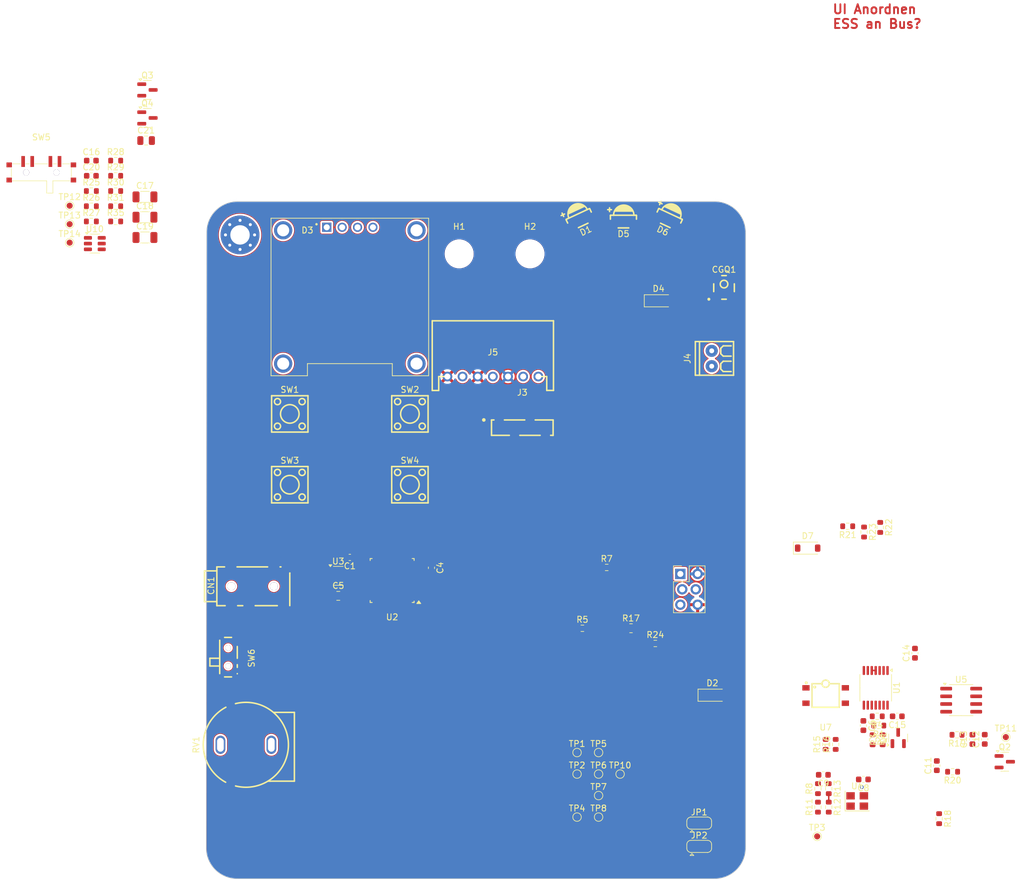
<source format=kicad_pcb>
(kicad_pcb (version 20240108) (generator "pcbnew") (generator_version "8.0")
  (layers (0 "F.Cu" signal) (31 "B.Cu" signal) (34 "B.Paste" user) (35 "F.Paste" user) (36 "B.SilkS" user "B.Silkscreen") (37 "F.SilkS" user "F.Silkscreen") (38 "B.Mask" user) (39 "F.Mask" user) (44 "Edge.Cuts" user))
  (net 0 "")
  (net 1 "+5V")
  (net 2 "GND")
  (net 3 "+3.3V")
  (net 4 "Net-(U2-AREF)")
  (net 5 "Net-(Q2-B)")
  (net 6 "/INT1")
  (net 7 "Net-(D1-K)")
  (net 8 "Net-(D2-A)")
  (net 9 "/SDA")
  (net 10 "/SCL")
  (net 11 "Net-(D7-A)")
  (net 12 "/MISO")
  (net 13 "/M-Pin")
  (net 14 "Net-(Q1-B)")
  (net 15 "Net-(Q1-C)")
  (net 16 "Net-(C8-Pad1)")
  (net 17 "Net-(C15-Pad2)")
  (net 18 "/~{RST}")
  (net 19 "Net-(D7-K)")
  (net 20 "Net-(D3-VCC)")
  (net 21 "/Mode-")
  (net 22 "/Mode+")
  (net 23 "/Frame-")
  (net 24 "/Frame+")
  (net 25 "/P_POT")
  (net 26 "/I_POT")
  (net 27 "/D_POT")
  (net 28 "/RX")
  (net 29 "/TX")
  (net 30 "Net-(U1-Pad2)")
  (net 31 "Net-(U1-Pad4)")
  (net 32 "/uC-Clock")
  (net 33 "/INT0")
  (net 34 "Net-(D3-GND)")
  (net 35 "/MOSI")
  (net 36 "/SCK")
  (net 37 "Net-(CGQ1-VCC)")
  (net 38 "/Ext_Imp_LED")
  (net 39 "/In_Sync-LED")
  (net 40 "Net-(J4-Pin_2)")
  (net 41 "Net-(J4-Pin_1)")
  (net 42 "Net-(CN1-Pad5)")
  (net 43 "Net-(D1-A)")
  (net 44 "Net-(D5-K)")
  (net 45 "/DAC_EN")
  (net 46 "/Stop_EN")
  (net 47 "/Ctrl_V")
  (net 48 "Net-(Q3-G)")
  (net 49 "Net-(U4-Output)")
  (net 51 "Net-(Q4-E)")
  (net 52 "Net-(Q4-B)")
  (net 54 "Net-(SW6-A)")
  (net 55 "Net-(R11-Pad1)")
  (net 56 "Net-(R16-Pad2)")
  (net 57 "Net-(R21-Pad1)")
  (net 58 "/IRSEND")
  (net 60 "Net-(R25-Pad1)")
  (net 61 "Net-(R28-Pad2)")
  (net 62 "Net-(SW6-C)")
  (net 63 "Net-(U2-PC0)")
  (net 64 "Net-(D6-K)")
  (net 73 "Net-(U5B-+)")
  (net 74 "Net-(U5B--)")
  (net 75 "Net-(U5A--)")
  (footprint "easyEDA:SW-SMD_4P-L6.0-W6.0-P4.50-LS9.0_TS-1002S-08026C" (layer "F.Cu") (at 66.548 67.056)
    (property "Reference" "SW4")
    (property "Value" "Frame +")
  )
  (footprint "Resistor_SMD:R_0603_1608Metric" (layer "F.Cu") (at 14.005 18.585)
    (property "Reference" "R25")
    (property "Value" "100k")
  )
  (footprint "easyEDA:CONN-TH_2P-P2.54_MX128-2.54-GN01-02P-CU-Y-A" (layer "F.Cu") (at 116.332 46.228 90)
    (property "Reference" "J4")
    (property "Value" "Pause Button")
  )
  (footprint "TestPoint:TestPoint_Pad_D1.0mm" (layer "F.Cu") (at 94.12 121.911)
    (property "Reference" "TP4")
    (property "Value" "Rx")
  )
  (footprint "easyEDA:SOP-4_L3.9-W4.4-P2.54-LS7.0-BR" (layer "F.Cu") (at 135.128 101.848 180)
    (property "Reference" "U7")
    (property "Value" "G3VM-61VY3(TR)")
  )
  (footprint "Resistor_SMD:R_0603_1608Metric" (layer "F.Cu") (at 144.526 109.1535 90)
    (property "Reference" "R3")
    (property "Value" "10k")
  )
  (footprint "Resistor_SMD:R_0603_1608Metric" (layer "F.Cu") (at 95 90.751)
    (property "Reference" "R5")
    (property "Value" "3k3")
  )
  (footprint "Capacitor_SMD:C_0603_1608Metric" (layer "F.Cu") (at 161.3685 109.08 90)
    (property "Reference" "C12")
    (property "Value" "100n")
  )
  (footprint "Package_TO_SOT_SMD:SOT-23-6" (layer "F.Cu") (at 14.575 27.26)
    (property "Reference" "U10")
    (property "Value" "MCP4725")
  )
  (footprint "Package_SO:TSSOP-14_4.4x5mm_P0.65mm" (layer "F.Cu") (at 143.383 100.578 -90)
    (property "Reference" "U1")
    (property "Value" "74HCT14")
  )
  (footprint "Capacitor_SMD:C_0603_1608Metric" (layer "F.Cu") (at 141.351 106.807 -90)
    (property "Reference" "C6")
    (property "Value" "2u2")
  )
  (footprint "Resistor_SMD:R_0603_1608Metric" (layer "F.Cu") (at 156.0655 114.427 180)
    (property "Reference" "R20")
    (property "Value" "100k")
  )
  (footprint "easyEDA:HDR-SMD_HX-PM2.54-1X4P-TP-YQ" (layer "F.Cu") (at 85.09 57.636)
    (property "Reference" "J3")
    (property "Value" "~")
  )
  (footprint "Resistor_SMD:R_0603_1608Metric" (layer "F.Cu") (at 18.015 13.565)
    (property "Reference" "R28")
    (property "Value" "470")
  )
  (footprint "Resistor_SMD:R_0603_1608Metric" (layer "F.Cu") (at 133.858 120.269 90)
    (property "Reference" "R11")
    (property "Value" "3k3")
  )
  (footprint "Peacemans Teile:OLED_128x63_i2c_0.96" (layer "F.Cu") (at 56.642 36.068)
    (property "Reference" "D3")
    (property "Value" "OLED 128x64")
  )
  (footprint "easyEDA:SW-SMD_MSK13C02-SZ" (layer "F.Cu") (at 5.75 15.24)
    (property "Reference" "SW5")
    (property "Value" "Shaft_Pulse_Ratio")
  )
  (footprint "MountingHole:MountingHole_4.3mm_M4_ISO14580" (layer "F.Cu") (at 74.676 28.956)
    (property "Reference" "H1")
    (property "Value" "MountingHole")
  )
  (footprint "easyEDA:SW-SMD_4P-L6.0-W6.0-P4.50-LS9.0_TS-1002S-08026C" (layer "F.Cu") (at 46.736 67.056)
    (property "Reference" "SW3")
    (property "Value" "Frame -")
  )
  (footprint "Capacitor_SMD:C_0603_1608Metric" (layer "F.Cu") (at 153.4625 113.424 90)
    (property "Reference" "C11")
    (property "Value" "1u")
  )
  (footprint "Resistor_SMD:R_0603_1608Metric" (layer "F.Cu") (at 14.005 21.095)
    (property "Reference" "R26")
    (property "Value" "100k")
  )
  (footprint "easyEDA:LED-SMD_XYC-IRA4335A65-X4" (layer "F.Cu") (at 101.779859 24.162522)
    (property "Reference" "D5")
    (property "Value" "LED")
  )
  (footprint "TestPoint:TestPoint_Pad_D1.0mm" (layer "F.Cu") (at 97.67 121.911)
    (property "Reference" "TP8")
    (property "Value" "3V3")
  )
  (footprint "easyEDA:LED-SMD_XYC-IRA4335A65-X4" (layer "F.Cu") (at 94.921859 23.801374 25)
    (property "Reference" "D1")
    (property "Value" "LED")
  )
  (footprint "MountingHole:MountingHole_3.2mm_M3_Pad_Via" (layer "F.Cu") (at 38.527056 25.827056)
    (property "Reference" "REF**" (hide yes))
    (property "Value" "MountingHole_3.2mm_M3_Pad_Via")
  )
  (footprint "easyEDA:CONN-TH_S7B-XH-A-LF-SN" (layer "F.Cu") (at 80.2315 49.2025)
    (property "Reference" "J5")
    (property "Value" "to DIN-6 Male")
  )
  (footprint "Resistor_SMD:R_0603_1608Metric" (layer "F.Cu") (at 141.4615 74.866 -90)
    (property "Reference" "R23")
    (property "Value" "22k")
  )
  (footprint "Resistor_SMD:R_0603_1608Metric" (layer "F.Cu") (at 18.015 21.095)
    (property "Reference" "R31")
    (property "Value" "47")
  )
  (footprint "Diode_SMD:D_SOD-123" (layer "F.Cu") (at 107.569 36.703)
    (property "Reference" "D4")
    (property "Value" "B5819W SL")
  )
  (footprint "Capacitor_SMD:C_0603_1608Metric" (layer "F.Cu") (at 146.939 105.283 180)
    (property "Reference" "C15")
    (property "Value" "330n")
  )
  (footprint "TestPoint:TestPoint_Pad_D1.0mm" (layer "F.Cu") (at 94.12 114.811)
    (property "Reference" "TP2")
    (property "Value" "I")
  )
  (footprint "Package_TO_SOT_SMD:SOT-23-3" (layer "F.Cu") (at 54.7315 82.09725)
    (property "Reference" "U3")
    (property "Value" "AP2210N-3.3TRG1")
  )
  (footprint "easyEDA:LED-SMD_XYC-IRA4335A65-X4" (layer "F.Cu") (at 108.891859 23.801374 -25)
    (property "Reference" "D6")
    (property "Value" "LED")
  )
  (footprint "TestPoint:TestPoint_Pad_D1.0mm" (layer "F.Cu") (at 10.425 27.105)
    (property "Reference" "TP14")
    (property "Value" "Pause")
  )
  (footprint "Resistor_SMD:R_0603_1608Metric" (layer "F.Cu") (at 136.779 109.918 90)
    (property "Reference" "R16")
    (property "Value" "10k")
  )
  (footprint "Capacitor_SMD:C_0603_1608Metric" (layer "F.Cu") (at 141.351 115.697 180)
    (property "Reference" "C8")
    (property "Value" "100n")
  )
  (footprint "Resistor_SMD:R_0603_1608Metric" (layer "F.Cu") (at 142.875 109.1535 -90)
    (property "Reference" "R2")
    (property "Value" "2k2")
  )
  (footprint "Diode_SMD:D_SOD-123" (layer "F.Cu") (at 132.1605 77.5185)
    (property "Reference" "D7")
    (property "Value" "B5819W SL")
  )
  (footprint "Capacitor_SMD:C_0805_2012Metric" (layer "F.Cu") (at 23.035 10.255)
    (property "Reference" "C21")
    (property "Value" "22u")
  )
  (footprint "TestPoint:TestPoint_Pad_D1.0mm" (layer "F.Cu") (at 101.22 114.811)
    (property "Reference" "TP10")
    (property "Value" "Imp IN")
  )
  (footprint "Package_TO_SOT_SMD:SOT-23" (layer "F.Cu") (at 23.255 1.9)
    (property "Reference" "Q3")
    (property "Value" "AO3400A")
  )
  (footprint "Capacitor_SMD:C_0603_1608Metric" (layer "F.Cu") (at 56.6365 79.05475 180)
    (property "Reference" "C1")
    (property "Value" "100n")
  )
  (footprint "easyEDA:SW-SMD_4P-L6.0-W6.0-P4.50-LS9.0_TS-1002S-08026C" (layer "F.Cu") (at 46.736 55.372)
    (property "Reference" "SW1")
    (property "Value" "Mode -")
  )
  (footprint "TestPoint:TestPoint_Pad_D1.0mm" (layer "F.Cu") (at 94.12 111.261)
    (property "Reference" "TP1")
    (property "Value" "P")
  )
  (footprint "Capacitor_SMD:C_1206_3216Metric" (layer "F.Cu") (at 22.845 19.555)
    (property "Reference" "C17")
    (property "Value" "47u")
  )
  (footprint "Capacitor_SMD:C_0805_2012Metric" (layer "F.Cu") (at 54.7315 85.40475)
    (property "Reference" "C5")
    (property "Value" "22u")
  )
  (footprint "Resistor_SMD:R_0603_1608Metric" (layer "F.Cu") (at 135.636 117.221 -90)
    (property "Reference" "R13")
    (property "Value" "10k")
  )
  (footprint "Capacitor_SMD:C_1206_3216Metric" (layer "F.Cu") (at 22.845 26.255)
    (property "Reference" "C19")
    (property "Value" "47u")
  )
  (footprint "Resistor_SMD:R_0603_1608Metric" (layer "F.Cu") (at 143.637 105.283 180)
    (property "Reference" "R4")
    (property "Value" "220k")
  )
  (footprint "TestPoint:TestPoint_Pad_D1.0mm" (layer "F.Cu") (at 10.425 24.055)
    (property "Reference" "TP13")
    (property "Value" "Pause")
  )
  (footprint "Package_TO_SOT_SMD:SOT-23" (layer "F.Cu") (at 147.0905 108.851 90)
    (property "Reference" "Q1")
    (property "Value" "SS8050")
  )
  (footprint "Connector_PinHeader_2.54mm:PinHeader_2x03_P2.54mm_Vertical_displaced+" (layer "F.Cu") (at 111.36 81.781)
    (property "Reference" "J1" (hide yes))
    (property "Value" "ICSP")
  )
  (footprint "TestPoint:TestPoint_Pad_D1.0mm" (layer "F.Cu") (at 164.846 108.712)
    (property "Reference" "TP11")
    (property "Value" "Imp cln")
  )
  (footprint "Jumper:SolderJumper-3_P1.3mm_Bridged2Bar12_RoundedPad1.0x1.5mm" (layer "F.Cu") (at 114.27 126.746)
    (property "Reference" "JP2")
    (property "Value" "GND Ctrl")
  )
  (footprint "Diode_SMD:D_SOD-123" (layer "F.Cu") (at 116.44 101.796)
    (property "Reference" "D2")
    (property "Value" "B5819W SL")
  )
  (footprint "TestPoint:TestPoint_Pad_D1.0mm" (layer "F.Cu") (at 97.67 114.811)
    (property "Reference" "TP6")
    (property "Value" "fps pulse")
  )
  (footprint "Package_QFP:TQFP-32_7x7mm_P0.8mm" (layer "F.Cu") (at 63.6215 82.86475 180)
    (property "Reference" "U2")
    (property "Value" "ATmega328P-A")
  )
  (footprint "easyEDA:OPTO-SMD_4P-L3.9-W3.4_IRM-H432M3-R8" (layer "F.Cu") (at 118.364 34.544)
    (property "Reference" "CGQ1")
    (property "Value" "DY-IRMHF384-T05-2.5KB")
  )
  (footprint "Capacitor_SMD:C_0603_1608Metric" (layer "F.Cu") (at 149.86 94.863 90)
    (property "Reference" "C14")
    (property "Value" "100n")
  )
  (footprint "Crystal:Crystal_SMD_3225-4Pin_3.2x2.5mm" (layer "F.Cu") (at 140.335 119.253)
    (property "Reference" "U4")
    (property "Value" "ECS-TXO-3225MV-160-TR")
  )
  (footprint "Package_SO:SOIC-8_3.9x4.9mm_P1.27mm" (layer "F.Cu") (at 157.48 102.616)
    (property "Reference" "U5")
    (property "Value" "LMC6482")
  )
  (footprint "Resistor_SMD:R_0603_1608Metric" (layer "F.Cu") (at 144.1285 74.104 -90)
    (property "Reference" "R22")
    (property "Value" "10")
  )
  (footprint "TestPoint:TestPoint_Pad_D1.0mm" (layer "F.Cu") (at 97.67 118.361)
    (property "Reference" "TP7")
    (property "Value" "5V")
  )
  (footprint "TestPoint:TestPoint_Pad_D1.0mm" (layer "F.Cu") (at 10.425 21.005)
    (property "Reference" "TP12")
    (property "Value" "DAC")
  )
  (footprint "easyEDA:SW-SMD_4P-L6.0-W6.0-P4.50-LS9.0_TS-1002S-08026C" (layer "F.Cu") (at 66.548 55.372)
    (property "Reference" "SW2")
    (property "Value" "Mode +")
  )
  (footprint "Resistor_SMD:R_0603_1608Metric" (layer "F.Cu") (at 143.891 106.807 180)
    (property "Reference" "R1")
    (property "Value" "2k2")
  )
  (footprint "Capacitor_SMD:C_1206_3216Metric" (layer "F.Cu") (at 22.845 22.905)
    (property "Reference" "C18")
    (property "Value" "47u")
  )
  (footprint "Capacitor_SMD:C_0603_1608Metric" (layer "F.Cu") (at 70.104 80.772 -90)
    (property "Reference" "C4")
    (property "Value" "100n")
  )
  (footprint "TestPoint:TestPoint_Pad_D1.0mm" (layer "F.Cu") (at 97.67 111.261)
    (property "Reference" "TP5")
    (property "Value" "Tx")
  )
  (footprint "Resistor_SMD:R_0603_1608Metric" (layer "F.Cu") (at 18.015 18.585)
    (property "Reference" "R30")
    (property "Value" "10k")
  )
  (footprint "Resistor_SMD:R_0603_1608Metric" (layer "F.Cu") (at 156.7965 108.331 180)
    (property "Reference" "R19")
    (property "Value" "100k")
  )
  (footprint "Capacitor_SMD:C_0603_1608Metric" (layer "F.Cu") (at 14.005 16.075)
    (property "Reference" "C20")
    (property "Value" "2u2")
  )
  (footprint "TestPoint:TestPoint_Pad_D1.0mm" (layer "F.Cu") (at 133.731 125.095)
    (property "Reference" "TP3")
    (property "Value" "D")
  )
  (footprint "easyEDA:SW-TH_MSK12C02-HB-1" (layer "F.Cu") (at 37.126 95.48 -90)
    (property "Reference" "SW6")
    (property "Value" "Guide/Follow")
  )
  (footprint "Package_TO_SOT_SMD:SOT-23" (layer "F.Cu") (at 23.255 6.525)
    (property "Reference" "Q4")
    (property "Value" "SS8050")
  )
  (footprint "Resistor_SMD:R_0805_2012Metric" (layer "F.Cu") (at 103.02 90.751)
    (property "Reference" "R17")
    (property "Value" "5R1")
  )
  (footprint "Resistor_SMD:R_0603_1608Metric" (layer "F.Cu") (at 138.7625 73.914 180)
    (property "Reference" "R21")
    (property "Value" "47")
  )
  (footprint "Resistor_SMD:R_0603_1608Metric" (layer "F.Cu") (at 18.015 16.075)
    (property "Reference" "R29")
    (property "Value" "100k")
  )
  (footprint "Jumper:SolderJumper-3_P1.3mm_Bridged2Bar12_RoundedPad1.0x1.5mm" (layer "F.Cu") (at 114.27 122.911)
    (property "Reference" "JP1")
    (property "Value" "VCC Ctrl")
  )
  (footprint "Resistor_SMD:R_0603_1608Metric" (layer "F.Cu") (at 18.015 23.605)
    (property "Reference" "R35")
    (property "Value" "220k")
  )
  (footprint "Resistor_SMD:R_0603_1608Metric" (layer "F.Cu") (at 107.03 93.261)
    (property "Reference" "R24")
    (property "Value" "100")
  )
  (footprint "Resistor_SMD:R_0603_1608Metric" (layer "F.Cu") (at 99.01 80.711)
    (property "Reference" "R7")
    (property "Value" "47k")
  )
  (footprint "Capacitor_SMD:C_0603_1608Metric" (layer "F.Cu") (at 134.747 114.935 180)
    (property "Reference" "C9")
    (property "Value" "1u")
  )
  (footprint "easyEDA:RES-SMD_RK10J11R0A0H_fixed" (layer "F.Cu") (at 41.894532 109.982 90)
    (property "Reference" "RV1")
    (property "Value" "10k")
  )
  (footprint "Resistor_SMD:R_0603_1608Metric" (layer "F.Cu") (at 14.005 23.605)
    (property "Reference" "R27")
    (property "Value" "10k")
  )
  (footprint "Resistor_SMD:R_0603_1608Metric" (layer "F.Cu") (at 135.128 109.918 90)
    (property "Reference" "R15")
    (property "Value" "10k")
  )
  (footprint "Resistor_SMD:R_0603_1608Metric" (layer "F.Cu") (at 133.858 117.221 90)
    (property "Reference" "R8")
    (property "Value" "470k")
  )
  (footprint "Resistor_SMD:R_0603_1608Metric" (layer "F.Cu") (at 135.636 120.269 -90)
    (property "Reference" "R12")
    (property "Value" "100k")
  )
  (footprint "MountingHole:MountingHole_4.3mm_M4_ISO14580" (layer "F.Cu") (at 86.36 28.956)
    (property "Reference" "H2")
    (property "Value" "MountingHole")
  )
  (footprint "easyEDA:AUDIO-SMD_PJ-342" (layer "F.Cu") (at 41.656 83.82 90)
    (property "Reference" "CN1")
    (property "Value" "PJ-342")
  )
  (footprint "Resistor_SMD:R_0603_1608Metric" (layer "F.Cu") (at 153.8435 122.174 -90)
    (property "Reference" "R18")
    (property "Value" "100k")
  )
  (footprint "Package_TO_SOT_SMD:SOT-23" (layer "F.Cu") (at 164.6705 112.776)
    (property "Reference" "Q2")
    (property "Value" "SS8050")
  )
  (footprint "Capacitor_SMD:C_0603_1608Metric" (layer "F.Cu") (at 14.005 13.565)
    (property "Reference" "C16")
    (property "Value" "100n")
  )
  (footprint "Capacitor_SMD:C_0603_1608Metric" (layer "F.Cu") (at 159.3365 109.093 90)
    (property "Reference" "C13")
    (property "Value" "100n")
  )
  (gr_arc (start 38.028147 132.08) (mid 34.436045 130.592102) (end 32.948147 127) (stroke (width 0.1)) (layer "Edge.Cuts"))
  (gr_line (start 38.028147 132.08) (end 116.84 132.08) (stroke (width 0.1)) (layer "Edge.Cuts"))
  (gr_line (start 33.02 25.4) (end 32.948147 127) (stroke (width 0.1)) (layer "Edge.Cuts"))
  (gr_arc (start 33.02 25.4) (mid 34.507898 21.807898) (end 38.1 20.32) (stroke (width 0.1)) (layer "Edge.Cuts"))
  (gr_line (start 121.92 25.4) (end 121.92 127) (stroke (width 0.1)) (layer "Edge.Cuts"))
  (gr_arc (start 121.92 127) (mid 120.432102 130.592102) (end 116.84 132.08) (stroke (width 0.1)) (layer "Edge.Cuts"))
  (gr_arc (start 116.84 20.32) (mid 120.432102 21.807898) (end 121.92 25.4) (stroke (width 0.1)) (layer "Edge.Cuts"))
  (gr_line (start 38.1 20.32) (end 116.84 20.320015) (stroke (width 0.1)) (layer "Edge.Cuts"))
  (gr_text "UI Anordnen\nESS an Bus?\n" (at 136.144 -8.128 0) (layer "F.Cu") (effects (font (size 1.5 1.5) (thickness 0.3) (bold yes)) (justify left bottom)))
  (segment (start 55.9965 81.96975) (end 55.869 82.09725) (width 0.2) (layer "F.Cu") (net 1))
  (segment (start 135.636 118.046) (end 135.636 119.444) (width 0.25) (layer "F.Cu") (net 1))
  (segment (start 53.7815 83.23475) (end 53.594 83.04725) (width 0.2) (layer "F.Cu") (net 3))
  (via (at 141.097 116.967) (size 0.6) (drill 0.3) (layers "F.Cu" "B.Cu") (net 16))
  (segment (start 143.383 97.7155) (end 142.733 97.7155) (width 0.25) (layer "F.Cu") (net 31))
  (zone (net 2) (net_name "GND") (layer "F.Cu") (connect_pads (clearance 0.3)) (min_thickness 0.25) (fill yes (thermal_gap 0.5) (thermal_bridge_width 0.5))
    (polygon (pts (xy 33.02 20.32) (xy 121.92 20.32) (xy 121.92 131.445) (xy 121.285 132.08) (xy 33.02 132.08)))
  )
  (zone (net 1) (net_name "+5V") (layer "B.Cu") (priority 1) (connect_pads (clearance 0.4)) (min_thickness 0.25) (fill yes (thermal_gap 0.5) (thermal_bridge_width 0.5))
    (polygon (pts (xy 33.02 20.32) (xy 121.92 20.32) (xy 121.92 132.08) (xy 33.02 132.08)))
  )
)
</source>
